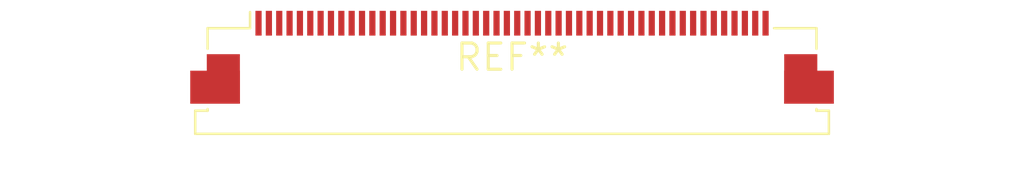
<source format=kicad_pcb>
(kicad_pcb (version 20240108) (generator pcbnew)
  (layers (0 "F.Cu" signal) (31 "B.Cu" signal) (34 "B.Paste" user) (35 "F.Paste" user) (36 "B.SilkS" user "B.Silkscreen") (37 "F.SilkS" user "F.Silkscreen") (38 "B.Mask" user) (39 "F.Mask" user) (44 "Edge.Cuts" user))
  (net 0 "")
  (footprint "Molex_54132-5033_1x50-1MP_P0.5mm_Horizontal" (layer "F.Cu") (at 0 0)
    (property "Reference" "REF**")
    (property "Value" "Molex_54132-5033_1x50-1MP_P0.5mm_Horizontal")
    (fp_line (start -15.31 2.59) (end -15.31 3.71) (layer "F.SilkS") (stroke (width 0.12)))
    (fp_line (start -15.31 2.59) (end -14.71 2.59) (layer "F.SilkS") (stroke (width 0.12)))
    (fp_line (start -14.71 -1.41) (end -14.71 -0.41) (layer "F.SilkS") (stroke (width 0.12)))
    (fp_line (start -14.71 2.59) (end -14.71 2.51) (layer "F.SilkS") (stroke (width 0.12)))
    (fp_line (start -12.66 -1.41) (end -14.71 -1.41) (layer "F.SilkS") (stroke (width 0.12)))
    (fp_line (start -12.66 -1.41) (end -12.66 -2.19) (layer "F.SilkS") (stroke (width 0.12)))
    (fp_line (start 14.71 -1.41) (end 12.66 -1.41) (layer "F.SilkS") (stroke (width 0.12)))
    (fp_line (start 14.71 -1.41) (end 14.71 -0.41) (layer "F.SilkS") (stroke (width 0.12)))
    (fp_line (start 14.71 2.59) (end 14.71 2.51) (layer "F.SilkS") (stroke (width 0.12)))
    (fp_line (start 14.71 2.59) (end 15.31 2.59) (layer "F.SilkS") (stroke (width 0.12)))
    (fp_line (start 15.31 2.59) (end 15.31 3.71) (layer "F.SilkS") (stroke (width 0.12)))
    (fp_line (start 15.31 3.71) (end -15.31 3.71) (layer "F.SilkS") (stroke (width 0.12)))
    (pad "1" smd rect (at -12.25 -1.65) (size 0.3 1.2) (layers "F.Cu" "F.Paste" "F.Mask"))
    (pad "2" smd rect (at -11.75 -1.65) (size 0.3 1.2) (layers "F.Cu" "F.Paste" "F.Mask"))
    (pad "3" smd rect (at -11.25 -1.65) (size 0.3 1.2) (layers "F.Cu" "F.Paste" "F.Mask"))
    (pad "4" smd rect (at -10.75 -1.65) (size 0.3 1.2) (layers "F.Cu" "F.Paste" "F.Mask"))
    (pad "5" smd rect (at -10.25 -1.65) (size 0.3 1.2) (layers "F.Cu" "F.Paste" "F.Mask"))
    (pad "6" smd rect (at -9.75 -1.65) (size 0.3 1.2) (layers "F.Cu" "F.Paste" "F.Mask"))
    (pad "7" smd rect (at -9.25 -1.65) (size 0.3 1.2) (layers "F.Cu" "F.Paste" "F.Mask"))
    (pad "8" smd rect (at -8.75 -1.65) (size 0.3 1.2) (layers "F.Cu" "F.Paste" "F.Mask"))
    (pad "9" smd rect (at -8.25 -1.65) (size 0.3 1.2) (layers "F.Cu" "F.Paste" "F.Mask"))
    (pad "10" smd rect (at -7.75 -1.65) (size 0.3 1.2) (layers "F.Cu" "F.Paste" "F.Mask"))
    (pad "11" smd rect (at -7.25 -1.65) (size 0.3 1.2) (layers "F.Cu" "F.Paste" "F.Mask"))
    (pad "12" smd rect (at -6.75 -1.65) (size 0.3 1.2) (layers "F.Cu" "F.Paste" "F.Mask"))
    (pad "13" smd rect (at -6.25 -1.65) (size 0.3 1.2) (layers "F.Cu" "F.Paste" "F.Mask"))
    (pad "14" smd rect (at -5.75 -1.65) (size 0.3 1.2) (layers "F.Cu" "F.Paste" "F.Mask"))
    (pad "15" smd rect (at -5.25 -1.65) (size 0.3 1.2) (layers "F.Cu" "F.Paste" "F.Mask"))
    (pad "16" smd rect (at -4.75 -1.65) (size 0.3 1.2) (layers "F.Cu" "F.Paste" "F.Mask"))
    (pad "17" smd rect (at -4.25 -1.65) (size 0.3 1.2) (layers "F.Cu" "F.Paste" "F.Mask"))
    (pad "18" smd rect (at -3.75 -1.65) (size 0.3 1.2) (layers "F.Cu" "F.Paste" "F.Mask"))
    (pad "19" smd rect (at -3.25 -1.65) (size 0.3 1.2) (layers "F.Cu" "F.Paste" "F.Mask"))
    (pad "20" smd rect (at -2.75 -1.65) (size 0.3 1.2) (layers "F.Cu" "F.Paste" "F.Mask"))
    (pad "21" smd rect (at -2.25 -1.65) (size 0.3 1.2) (layers "F.Cu" "F.Paste" "F.Mask"))
    (pad "22" smd rect (at -1.75 -1.65) (size 0.3 1.2) (layers "F.Cu" "F.Paste" "F.Mask"))
    (pad "23" smd rect (at -1.25 -1.65) (size 0.3 1.2) (layers "F.Cu" "F.Paste" "F.Mask"))
    (pad "24" smd rect (at -0.75 -1.65) (size 0.3 1.2) (layers "F.Cu" "F.Paste" "F.Mask"))
    (pad "25" smd rect (at -0.25 -1.65) (size 0.3 1.2) (layers "F.Cu" "F.Paste" "F.Mask"))
    (pad "26" smd rect (at 0.25 -1.65) (size 0.3 1.2) (layers "F.Cu" "F.Paste" "F.Mask"))
    (pad "27" smd rect (at 0.75 -1.65) (size 0.3 1.2) (layers "F.Cu" "F.Paste" "F.Mask"))
    (pad "28" smd rect (at 1.25 -1.65) (size 0.3 1.2) (layers "F.Cu" "F.Paste" "F.Mask"))
    (pad "29" smd rect (at 1.75 -1.65) (size 0.3 1.2) (layers "F.Cu" "F.Paste" "F.Mask"))
    (pad "30" smd rect (at 2.25 -1.65) (size 0.3 1.2) (layers "F.Cu" "F.Paste" "F.Mask"))
    (pad "31" smd rect (at 2.75 -1.65) (size 0.3 1.2) (layers "F.Cu" "F.Paste" "F.Mask"))
    (pad "32" smd rect (at 3.25 -1.65) (size 0.3 1.2) (layers "F.Cu" "F.Paste" "F.Mask"))
    (pad "33" smd rect (at 3.75 -1.65) (size 0.3 1.2) (layers "F.Cu" "F.Paste" "F.Mask"))
    (pad "34" smd rect (at 4.25 -1.65) (size 0.3 1.2) (layers "F.Cu" "F.Paste" "F.Mask"))
    (pad "35" smd rect (at 4.75 -1.65) (size 0.3 1.2) (layers "F.Cu" "F.Paste" "F.Mask"))
    (pad "36" smd rect (at 5.25 -1.65) (size 0.3 1.2) (layers "F.Cu" "F.Paste" "F.Mask"))
    (pad "37" smd rect (at 5.75 -1.65) (size 0.3 1.2) (layers "F.Cu" "F.Paste" "F.Mask"))
    (pad "38" smd rect (at 6.25 -1.65) (size 0.3 1.2) (layers "F.Cu" "F.Paste" "F.Mask"))
    (pad "39" smd rect (at 6.75 -1.65) (size 0.3 1.2) (layers "F.Cu" "F.Paste" "F.Mask"))
    (pad "40" smd rect (at 7.25 -1.65) (size 0.3 1.2) (layers "F.Cu" "F.Paste" "F.Mask"))
    (pad "41" smd rect (at 7.75 -1.65) (size 0.3 1.2) (layers "F.Cu" "F.Paste" "F.Mask"))
    (pad "42" smd rect (at 8.25 -1.65) (size 0.3 1.2) (layers "F.Cu" "F.Paste" "F.Mask"))
    (pad "43" smd rect (at 8.75 -1.65) (size 0.3 1.2) (layers "F.Cu" "F.Paste" "F.Mask"))
    (pad "44" smd rect (at 9.25 -1.65) (size 0.3 1.2) (layers "F.Cu" "F.Paste" "F.Mask"))
    (pad "45" smd rect (at 9.75 -1.65) (size 0.3 1.2) (layers "F.Cu" "F.Paste" "F.Mask"))
    (pad "46" smd rect (at 10.25 -1.65) (size 0.3 1.2) (layers "F.Cu" "F.Paste" "F.Mask"))
    (pad "47" smd rect (at 10.75 -1.65) (size 0.3 1.2) (layers "F.Cu" "F.Paste" "F.Mask"))
    (pad "48" smd rect (at 11.25 -1.65) (size 0.3 1.2) (layers "F.Cu" "F.Paste" "F.Mask"))
    (pad "49" smd rect (at 11.75 -1.65) (size 0.3 1.2) (layers "F.Cu" "F.Paste" "F.Mask"))
    (pad "50" smd rect (at 12.25 -1.65) (size 0.3 1.2) (layers "F.Cu" "F.Paste" "F.Mask"))
    (pad "MP" smd rect (at -14.35 1.45) (size 2.4 1.6) (layers "F.Cu" "F.Paste" "F.Mask"))
    (pad "MP" smd rect (at -13.95 1.05) (size 1.6 2.4) (layers "F.Cu" "F.Paste" "F.Mask"))
    (pad "MP" smd rect (at 13.95 1.05) (size 1.6 2.4) (layers "F.Cu" "F.Paste" "F.Mask"))
    (pad "MP" smd rect (at 14.35 1.45) (size 2.4 1.6) (layers "F.Cu" "F.Paste" "F.Mask"))
  )
)
</source>
